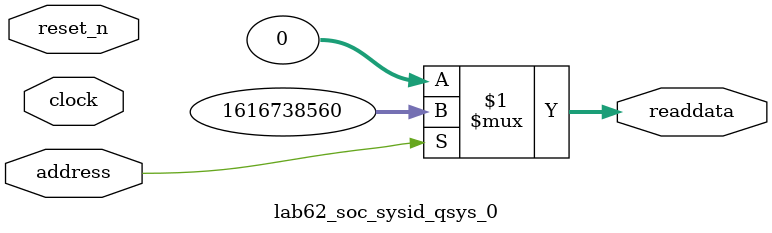
<source format=v>



// synthesis translate_off
`timescale 1ns / 1ps
// synthesis translate_on

// turn off superfluous verilog processor warnings 
// altera message_level Level1 
// altera message_off 10034 10035 10036 10037 10230 10240 10030 

module lab62_soc_sysid_qsys_0 (
               // inputs:
                address,
                clock,
                reset_n,

               // outputs:
                readdata
             )
;

  output  [ 31: 0] readdata;
  input            address;
  input            clock;
  input            reset_n;

  wire    [ 31: 0] readdata;
  //control_slave, which is an e_avalon_slave
  assign readdata = address ? 1616738560 : 0;

endmodule



</source>
